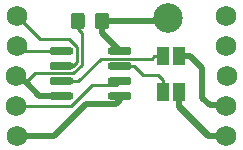
<source format=gbr>
G04 #@! TF.GenerationSoftware,KiCad,Pcbnew,5.1.5+dfsg1-2build2*
G04 #@! TF.CreationDate,2021-08-12T07:43:27+01:00*
G04 #@! TF.ProjectId,picoram,7069636f-7261-46d2-9e6b-696361645f70,rev?*
G04 #@! TF.SameCoordinates,Original*
G04 #@! TF.FileFunction,Copper,L1,Top*
G04 #@! TF.FilePolarity,Positive*
%FSLAX46Y46*%
G04 Gerber Fmt 4.6, Leading zero omitted, Abs format (unit mm)*
G04 Created by KiCad (PCBNEW 5.1.5+dfsg1-2build2) date 2021-08-12 07:43:27*
%MOMM*%
%LPD*%
G04 APERTURE LIST*
%ADD10C,2.500000*%
%ADD11C,0.100000*%
%ADD12R,1.000000X1.500000*%
%ADD13C,1.750000*%
%ADD14C,0.250000*%
%ADD15C,0.500000*%
G04 APERTURE END LIST*
D10*
X160500000Y-121200000D03*
G04 #@! TA.AperFunction,SMDPad,CuDef*
D11*
G36*
X157214703Y-123695722D02*
G01*
X157229264Y-123697882D01*
X157243543Y-123701459D01*
X157257403Y-123706418D01*
X157270710Y-123712712D01*
X157283336Y-123720280D01*
X157295159Y-123729048D01*
X157306066Y-123738934D01*
X157315952Y-123749841D01*
X157324720Y-123761664D01*
X157332288Y-123774290D01*
X157338582Y-123787597D01*
X157343541Y-123801457D01*
X157347118Y-123815736D01*
X157349278Y-123830297D01*
X157350000Y-123845000D01*
X157350000Y-124145000D01*
X157349278Y-124159703D01*
X157347118Y-124174264D01*
X157343541Y-124188543D01*
X157338582Y-124202403D01*
X157332288Y-124215710D01*
X157324720Y-124228336D01*
X157315952Y-124240159D01*
X157306066Y-124251066D01*
X157295159Y-124260952D01*
X157283336Y-124269720D01*
X157270710Y-124277288D01*
X157257403Y-124283582D01*
X157243543Y-124288541D01*
X157229264Y-124292118D01*
X157214703Y-124294278D01*
X157200000Y-124295000D01*
X155550000Y-124295000D01*
X155535297Y-124294278D01*
X155520736Y-124292118D01*
X155506457Y-124288541D01*
X155492597Y-124283582D01*
X155479290Y-124277288D01*
X155466664Y-124269720D01*
X155454841Y-124260952D01*
X155443934Y-124251066D01*
X155434048Y-124240159D01*
X155425280Y-124228336D01*
X155417712Y-124215710D01*
X155411418Y-124202403D01*
X155406459Y-124188543D01*
X155402882Y-124174264D01*
X155400722Y-124159703D01*
X155400000Y-124145000D01*
X155400000Y-123845000D01*
X155400722Y-123830297D01*
X155402882Y-123815736D01*
X155406459Y-123801457D01*
X155411418Y-123787597D01*
X155417712Y-123774290D01*
X155425280Y-123761664D01*
X155434048Y-123749841D01*
X155443934Y-123738934D01*
X155454841Y-123729048D01*
X155466664Y-123720280D01*
X155479290Y-123712712D01*
X155492597Y-123706418D01*
X155506457Y-123701459D01*
X155520736Y-123697882D01*
X155535297Y-123695722D01*
X155550000Y-123695000D01*
X157200000Y-123695000D01*
X157214703Y-123695722D01*
G37*
G04 #@! TD.AperFunction*
G04 #@! TA.AperFunction,SMDPad,CuDef*
G36*
X157214703Y-124965722D02*
G01*
X157229264Y-124967882D01*
X157243543Y-124971459D01*
X157257403Y-124976418D01*
X157270710Y-124982712D01*
X157283336Y-124990280D01*
X157295159Y-124999048D01*
X157306066Y-125008934D01*
X157315952Y-125019841D01*
X157324720Y-125031664D01*
X157332288Y-125044290D01*
X157338582Y-125057597D01*
X157343541Y-125071457D01*
X157347118Y-125085736D01*
X157349278Y-125100297D01*
X157350000Y-125115000D01*
X157350000Y-125415000D01*
X157349278Y-125429703D01*
X157347118Y-125444264D01*
X157343541Y-125458543D01*
X157338582Y-125472403D01*
X157332288Y-125485710D01*
X157324720Y-125498336D01*
X157315952Y-125510159D01*
X157306066Y-125521066D01*
X157295159Y-125530952D01*
X157283336Y-125539720D01*
X157270710Y-125547288D01*
X157257403Y-125553582D01*
X157243543Y-125558541D01*
X157229264Y-125562118D01*
X157214703Y-125564278D01*
X157200000Y-125565000D01*
X155550000Y-125565000D01*
X155535297Y-125564278D01*
X155520736Y-125562118D01*
X155506457Y-125558541D01*
X155492597Y-125553582D01*
X155479290Y-125547288D01*
X155466664Y-125539720D01*
X155454841Y-125530952D01*
X155443934Y-125521066D01*
X155434048Y-125510159D01*
X155425280Y-125498336D01*
X155417712Y-125485710D01*
X155411418Y-125472403D01*
X155406459Y-125458543D01*
X155402882Y-125444264D01*
X155400722Y-125429703D01*
X155400000Y-125415000D01*
X155400000Y-125115000D01*
X155400722Y-125100297D01*
X155402882Y-125085736D01*
X155406459Y-125071457D01*
X155411418Y-125057597D01*
X155417712Y-125044290D01*
X155425280Y-125031664D01*
X155434048Y-125019841D01*
X155443934Y-125008934D01*
X155454841Y-124999048D01*
X155466664Y-124990280D01*
X155479290Y-124982712D01*
X155492597Y-124976418D01*
X155506457Y-124971459D01*
X155520736Y-124967882D01*
X155535297Y-124965722D01*
X155550000Y-124965000D01*
X157200000Y-124965000D01*
X157214703Y-124965722D01*
G37*
G04 #@! TD.AperFunction*
G04 #@! TA.AperFunction,SMDPad,CuDef*
G36*
X157214703Y-126235722D02*
G01*
X157229264Y-126237882D01*
X157243543Y-126241459D01*
X157257403Y-126246418D01*
X157270710Y-126252712D01*
X157283336Y-126260280D01*
X157295159Y-126269048D01*
X157306066Y-126278934D01*
X157315952Y-126289841D01*
X157324720Y-126301664D01*
X157332288Y-126314290D01*
X157338582Y-126327597D01*
X157343541Y-126341457D01*
X157347118Y-126355736D01*
X157349278Y-126370297D01*
X157350000Y-126385000D01*
X157350000Y-126685000D01*
X157349278Y-126699703D01*
X157347118Y-126714264D01*
X157343541Y-126728543D01*
X157338582Y-126742403D01*
X157332288Y-126755710D01*
X157324720Y-126768336D01*
X157315952Y-126780159D01*
X157306066Y-126791066D01*
X157295159Y-126800952D01*
X157283336Y-126809720D01*
X157270710Y-126817288D01*
X157257403Y-126823582D01*
X157243543Y-126828541D01*
X157229264Y-126832118D01*
X157214703Y-126834278D01*
X157200000Y-126835000D01*
X155550000Y-126835000D01*
X155535297Y-126834278D01*
X155520736Y-126832118D01*
X155506457Y-126828541D01*
X155492597Y-126823582D01*
X155479290Y-126817288D01*
X155466664Y-126809720D01*
X155454841Y-126800952D01*
X155443934Y-126791066D01*
X155434048Y-126780159D01*
X155425280Y-126768336D01*
X155417712Y-126755710D01*
X155411418Y-126742403D01*
X155406459Y-126728543D01*
X155402882Y-126714264D01*
X155400722Y-126699703D01*
X155400000Y-126685000D01*
X155400000Y-126385000D01*
X155400722Y-126370297D01*
X155402882Y-126355736D01*
X155406459Y-126341457D01*
X155411418Y-126327597D01*
X155417712Y-126314290D01*
X155425280Y-126301664D01*
X155434048Y-126289841D01*
X155443934Y-126278934D01*
X155454841Y-126269048D01*
X155466664Y-126260280D01*
X155479290Y-126252712D01*
X155492597Y-126246418D01*
X155506457Y-126241459D01*
X155520736Y-126237882D01*
X155535297Y-126235722D01*
X155550000Y-126235000D01*
X157200000Y-126235000D01*
X157214703Y-126235722D01*
G37*
G04 #@! TD.AperFunction*
G04 #@! TA.AperFunction,SMDPad,CuDef*
G36*
X157214703Y-127505722D02*
G01*
X157229264Y-127507882D01*
X157243543Y-127511459D01*
X157257403Y-127516418D01*
X157270710Y-127522712D01*
X157283336Y-127530280D01*
X157295159Y-127539048D01*
X157306066Y-127548934D01*
X157315952Y-127559841D01*
X157324720Y-127571664D01*
X157332288Y-127584290D01*
X157338582Y-127597597D01*
X157343541Y-127611457D01*
X157347118Y-127625736D01*
X157349278Y-127640297D01*
X157350000Y-127655000D01*
X157350000Y-127955000D01*
X157349278Y-127969703D01*
X157347118Y-127984264D01*
X157343541Y-127998543D01*
X157338582Y-128012403D01*
X157332288Y-128025710D01*
X157324720Y-128038336D01*
X157315952Y-128050159D01*
X157306066Y-128061066D01*
X157295159Y-128070952D01*
X157283336Y-128079720D01*
X157270710Y-128087288D01*
X157257403Y-128093582D01*
X157243543Y-128098541D01*
X157229264Y-128102118D01*
X157214703Y-128104278D01*
X157200000Y-128105000D01*
X155550000Y-128105000D01*
X155535297Y-128104278D01*
X155520736Y-128102118D01*
X155506457Y-128098541D01*
X155492597Y-128093582D01*
X155479290Y-128087288D01*
X155466664Y-128079720D01*
X155454841Y-128070952D01*
X155443934Y-128061066D01*
X155434048Y-128050159D01*
X155425280Y-128038336D01*
X155417712Y-128025710D01*
X155411418Y-128012403D01*
X155406459Y-127998543D01*
X155402882Y-127984264D01*
X155400722Y-127969703D01*
X155400000Y-127955000D01*
X155400000Y-127655000D01*
X155400722Y-127640297D01*
X155402882Y-127625736D01*
X155406459Y-127611457D01*
X155411418Y-127597597D01*
X155417712Y-127584290D01*
X155425280Y-127571664D01*
X155434048Y-127559841D01*
X155443934Y-127548934D01*
X155454841Y-127539048D01*
X155466664Y-127530280D01*
X155479290Y-127522712D01*
X155492597Y-127516418D01*
X155506457Y-127511459D01*
X155520736Y-127507882D01*
X155535297Y-127505722D01*
X155550000Y-127505000D01*
X157200000Y-127505000D01*
X157214703Y-127505722D01*
G37*
G04 #@! TD.AperFunction*
G04 #@! TA.AperFunction,SMDPad,CuDef*
G36*
X152264703Y-127505722D02*
G01*
X152279264Y-127507882D01*
X152293543Y-127511459D01*
X152307403Y-127516418D01*
X152320710Y-127522712D01*
X152333336Y-127530280D01*
X152345159Y-127539048D01*
X152356066Y-127548934D01*
X152365952Y-127559841D01*
X152374720Y-127571664D01*
X152382288Y-127584290D01*
X152388582Y-127597597D01*
X152393541Y-127611457D01*
X152397118Y-127625736D01*
X152399278Y-127640297D01*
X152400000Y-127655000D01*
X152400000Y-127955000D01*
X152399278Y-127969703D01*
X152397118Y-127984264D01*
X152393541Y-127998543D01*
X152388582Y-128012403D01*
X152382288Y-128025710D01*
X152374720Y-128038336D01*
X152365952Y-128050159D01*
X152356066Y-128061066D01*
X152345159Y-128070952D01*
X152333336Y-128079720D01*
X152320710Y-128087288D01*
X152307403Y-128093582D01*
X152293543Y-128098541D01*
X152279264Y-128102118D01*
X152264703Y-128104278D01*
X152250000Y-128105000D01*
X150600000Y-128105000D01*
X150585297Y-128104278D01*
X150570736Y-128102118D01*
X150556457Y-128098541D01*
X150542597Y-128093582D01*
X150529290Y-128087288D01*
X150516664Y-128079720D01*
X150504841Y-128070952D01*
X150493934Y-128061066D01*
X150484048Y-128050159D01*
X150475280Y-128038336D01*
X150467712Y-128025710D01*
X150461418Y-128012403D01*
X150456459Y-127998543D01*
X150452882Y-127984264D01*
X150450722Y-127969703D01*
X150450000Y-127955000D01*
X150450000Y-127655000D01*
X150450722Y-127640297D01*
X150452882Y-127625736D01*
X150456459Y-127611457D01*
X150461418Y-127597597D01*
X150467712Y-127584290D01*
X150475280Y-127571664D01*
X150484048Y-127559841D01*
X150493934Y-127548934D01*
X150504841Y-127539048D01*
X150516664Y-127530280D01*
X150529290Y-127522712D01*
X150542597Y-127516418D01*
X150556457Y-127511459D01*
X150570736Y-127507882D01*
X150585297Y-127505722D01*
X150600000Y-127505000D01*
X152250000Y-127505000D01*
X152264703Y-127505722D01*
G37*
G04 #@! TD.AperFunction*
G04 #@! TA.AperFunction,SMDPad,CuDef*
G36*
X152264703Y-126235722D02*
G01*
X152279264Y-126237882D01*
X152293543Y-126241459D01*
X152307403Y-126246418D01*
X152320710Y-126252712D01*
X152333336Y-126260280D01*
X152345159Y-126269048D01*
X152356066Y-126278934D01*
X152365952Y-126289841D01*
X152374720Y-126301664D01*
X152382288Y-126314290D01*
X152388582Y-126327597D01*
X152393541Y-126341457D01*
X152397118Y-126355736D01*
X152399278Y-126370297D01*
X152400000Y-126385000D01*
X152400000Y-126685000D01*
X152399278Y-126699703D01*
X152397118Y-126714264D01*
X152393541Y-126728543D01*
X152388582Y-126742403D01*
X152382288Y-126755710D01*
X152374720Y-126768336D01*
X152365952Y-126780159D01*
X152356066Y-126791066D01*
X152345159Y-126800952D01*
X152333336Y-126809720D01*
X152320710Y-126817288D01*
X152307403Y-126823582D01*
X152293543Y-126828541D01*
X152279264Y-126832118D01*
X152264703Y-126834278D01*
X152250000Y-126835000D01*
X150600000Y-126835000D01*
X150585297Y-126834278D01*
X150570736Y-126832118D01*
X150556457Y-126828541D01*
X150542597Y-126823582D01*
X150529290Y-126817288D01*
X150516664Y-126809720D01*
X150504841Y-126800952D01*
X150493934Y-126791066D01*
X150484048Y-126780159D01*
X150475280Y-126768336D01*
X150467712Y-126755710D01*
X150461418Y-126742403D01*
X150456459Y-126728543D01*
X150452882Y-126714264D01*
X150450722Y-126699703D01*
X150450000Y-126685000D01*
X150450000Y-126385000D01*
X150450722Y-126370297D01*
X150452882Y-126355736D01*
X150456459Y-126341457D01*
X150461418Y-126327597D01*
X150467712Y-126314290D01*
X150475280Y-126301664D01*
X150484048Y-126289841D01*
X150493934Y-126278934D01*
X150504841Y-126269048D01*
X150516664Y-126260280D01*
X150529290Y-126252712D01*
X150542597Y-126246418D01*
X150556457Y-126241459D01*
X150570736Y-126237882D01*
X150585297Y-126235722D01*
X150600000Y-126235000D01*
X152250000Y-126235000D01*
X152264703Y-126235722D01*
G37*
G04 #@! TD.AperFunction*
G04 #@! TA.AperFunction,SMDPad,CuDef*
G36*
X152264703Y-124965722D02*
G01*
X152279264Y-124967882D01*
X152293543Y-124971459D01*
X152307403Y-124976418D01*
X152320710Y-124982712D01*
X152333336Y-124990280D01*
X152345159Y-124999048D01*
X152356066Y-125008934D01*
X152365952Y-125019841D01*
X152374720Y-125031664D01*
X152382288Y-125044290D01*
X152388582Y-125057597D01*
X152393541Y-125071457D01*
X152397118Y-125085736D01*
X152399278Y-125100297D01*
X152400000Y-125115000D01*
X152400000Y-125415000D01*
X152399278Y-125429703D01*
X152397118Y-125444264D01*
X152393541Y-125458543D01*
X152388582Y-125472403D01*
X152382288Y-125485710D01*
X152374720Y-125498336D01*
X152365952Y-125510159D01*
X152356066Y-125521066D01*
X152345159Y-125530952D01*
X152333336Y-125539720D01*
X152320710Y-125547288D01*
X152307403Y-125553582D01*
X152293543Y-125558541D01*
X152279264Y-125562118D01*
X152264703Y-125564278D01*
X152250000Y-125565000D01*
X150600000Y-125565000D01*
X150585297Y-125564278D01*
X150570736Y-125562118D01*
X150556457Y-125558541D01*
X150542597Y-125553582D01*
X150529290Y-125547288D01*
X150516664Y-125539720D01*
X150504841Y-125530952D01*
X150493934Y-125521066D01*
X150484048Y-125510159D01*
X150475280Y-125498336D01*
X150467712Y-125485710D01*
X150461418Y-125472403D01*
X150456459Y-125458543D01*
X150452882Y-125444264D01*
X150450722Y-125429703D01*
X150450000Y-125415000D01*
X150450000Y-125115000D01*
X150450722Y-125100297D01*
X150452882Y-125085736D01*
X150456459Y-125071457D01*
X150461418Y-125057597D01*
X150467712Y-125044290D01*
X150475280Y-125031664D01*
X150484048Y-125019841D01*
X150493934Y-125008934D01*
X150504841Y-124999048D01*
X150516664Y-124990280D01*
X150529290Y-124982712D01*
X150542597Y-124976418D01*
X150556457Y-124971459D01*
X150570736Y-124967882D01*
X150585297Y-124965722D01*
X150600000Y-124965000D01*
X152250000Y-124965000D01*
X152264703Y-124965722D01*
G37*
G04 #@! TD.AperFunction*
G04 #@! TA.AperFunction,SMDPad,CuDef*
G36*
X152264703Y-123695722D02*
G01*
X152279264Y-123697882D01*
X152293543Y-123701459D01*
X152307403Y-123706418D01*
X152320710Y-123712712D01*
X152333336Y-123720280D01*
X152345159Y-123729048D01*
X152356066Y-123738934D01*
X152365952Y-123749841D01*
X152374720Y-123761664D01*
X152382288Y-123774290D01*
X152388582Y-123787597D01*
X152393541Y-123801457D01*
X152397118Y-123815736D01*
X152399278Y-123830297D01*
X152400000Y-123845000D01*
X152400000Y-124145000D01*
X152399278Y-124159703D01*
X152397118Y-124174264D01*
X152393541Y-124188543D01*
X152388582Y-124202403D01*
X152382288Y-124215710D01*
X152374720Y-124228336D01*
X152365952Y-124240159D01*
X152356066Y-124251066D01*
X152345159Y-124260952D01*
X152333336Y-124269720D01*
X152320710Y-124277288D01*
X152307403Y-124283582D01*
X152293543Y-124288541D01*
X152279264Y-124292118D01*
X152264703Y-124294278D01*
X152250000Y-124295000D01*
X150600000Y-124295000D01*
X150585297Y-124294278D01*
X150570736Y-124292118D01*
X150556457Y-124288541D01*
X150542597Y-124283582D01*
X150529290Y-124277288D01*
X150516664Y-124269720D01*
X150504841Y-124260952D01*
X150493934Y-124251066D01*
X150484048Y-124240159D01*
X150475280Y-124228336D01*
X150467712Y-124215710D01*
X150461418Y-124202403D01*
X150456459Y-124188543D01*
X150452882Y-124174264D01*
X150450722Y-124159703D01*
X150450000Y-124145000D01*
X150450000Y-123845000D01*
X150450722Y-123830297D01*
X150452882Y-123815736D01*
X150456459Y-123801457D01*
X150461418Y-123787597D01*
X150467712Y-123774290D01*
X150475280Y-123761664D01*
X150484048Y-123749841D01*
X150493934Y-123738934D01*
X150504841Y-123729048D01*
X150516664Y-123720280D01*
X150529290Y-123712712D01*
X150542597Y-123706418D01*
X150556457Y-123701459D01*
X150570736Y-123697882D01*
X150585297Y-123695722D01*
X150600000Y-123695000D01*
X152250000Y-123695000D01*
X152264703Y-123695722D01*
G37*
G04 #@! TD.AperFunction*
D12*
X160050000Y-124450000D03*
X161350000Y-124450000D03*
X160050000Y-127450000D03*
X161350000Y-127450000D03*
G04 #@! TA.AperFunction,SMDPad,CuDef*
D11*
G36*
X153174505Y-120751204D02*
G01*
X153198773Y-120754804D01*
X153222572Y-120760765D01*
X153245671Y-120769030D01*
X153267850Y-120779520D01*
X153288893Y-120792132D01*
X153308599Y-120806747D01*
X153326777Y-120823223D01*
X153343253Y-120841401D01*
X153357868Y-120861107D01*
X153370480Y-120882150D01*
X153380970Y-120904329D01*
X153389235Y-120927428D01*
X153395196Y-120951227D01*
X153398796Y-120975495D01*
X153400000Y-120999999D01*
X153400000Y-121900001D01*
X153398796Y-121924505D01*
X153395196Y-121948773D01*
X153389235Y-121972572D01*
X153380970Y-121995671D01*
X153370480Y-122017850D01*
X153357868Y-122038893D01*
X153343253Y-122058599D01*
X153326777Y-122076777D01*
X153308599Y-122093253D01*
X153288893Y-122107868D01*
X153267850Y-122120480D01*
X153245671Y-122130970D01*
X153222572Y-122139235D01*
X153198773Y-122145196D01*
X153174505Y-122148796D01*
X153150001Y-122150000D01*
X152499999Y-122150000D01*
X152475495Y-122148796D01*
X152451227Y-122145196D01*
X152427428Y-122139235D01*
X152404329Y-122130970D01*
X152382150Y-122120480D01*
X152361107Y-122107868D01*
X152341401Y-122093253D01*
X152323223Y-122076777D01*
X152306747Y-122058599D01*
X152292132Y-122038893D01*
X152279520Y-122017850D01*
X152269030Y-121995671D01*
X152260765Y-121972572D01*
X152254804Y-121948773D01*
X152251204Y-121924505D01*
X152250000Y-121900001D01*
X152250000Y-120999999D01*
X152251204Y-120975495D01*
X152254804Y-120951227D01*
X152260765Y-120927428D01*
X152269030Y-120904329D01*
X152279520Y-120882150D01*
X152292132Y-120861107D01*
X152306747Y-120841401D01*
X152323223Y-120823223D01*
X152341401Y-120806747D01*
X152361107Y-120792132D01*
X152382150Y-120779520D01*
X152404329Y-120769030D01*
X152427428Y-120760765D01*
X152451227Y-120754804D01*
X152475495Y-120751204D01*
X152499999Y-120750000D01*
X153150001Y-120750000D01*
X153174505Y-120751204D01*
G37*
G04 #@! TD.AperFunction*
G04 #@! TA.AperFunction,SMDPad,CuDef*
G36*
X155224505Y-120751204D02*
G01*
X155248773Y-120754804D01*
X155272572Y-120760765D01*
X155295671Y-120769030D01*
X155317850Y-120779520D01*
X155338893Y-120792132D01*
X155358599Y-120806747D01*
X155376777Y-120823223D01*
X155393253Y-120841401D01*
X155407868Y-120861107D01*
X155420480Y-120882150D01*
X155430970Y-120904329D01*
X155439235Y-120927428D01*
X155445196Y-120951227D01*
X155448796Y-120975495D01*
X155450000Y-120999999D01*
X155450000Y-121900001D01*
X155448796Y-121924505D01*
X155445196Y-121948773D01*
X155439235Y-121972572D01*
X155430970Y-121995671D01*
X155420480Y-122017850D01*
X155407868Y-122038893D01*
X155393253Y-122058599D01*
X155376777Y-122076777D01*
X155358599Y-122093253D01*
X155338893Y-122107868D01*
X155317850Y-122120480D01*
X155295671Y-122130970D01*
X155272572Y-122139235D01*
X155248773Y-122145196D01*
X155224505Y-122148796D01*
X155200001Y-122150000D01*
X154549999Y-122150000D01*
X154525495Y-122148796D01*
X154501227Y-122145196D01*
X154477428Y-122139235D01*
X154454329Y-122130970D01*
X154432150Y-122120480D01*
X154411107Y-122107868D01*
X154391401Y-122093253D01*
X154373223Y-122076777D01*
X154356747Y-122058599D01*
X154342132Y-122038893D01*
X154329520Y-122017850D01*
X154319030Y-121995671D01*
X154310765Y-121972572D01*
X154304804Y-121948773D01*
X154301204Y-121924505D01*
X154300000Y-121900001D01*
X154300000Y-120999999D01*
X154301204Y-120975495D01*
X154304804Y-120951227D01*
X154310765Y-120927428D01*
X154319030Y-120904329D01*
X154329520Y-120882150D01*
X154342132Y-120861107D01*
X154356747Y-120841401D01*
X154373223Y-120823223D01*
X154391401Y-120806747D01*
X154411107Y-120792132D01*
X154432150Y-120779520D01*
X154454329Y-120769030D01*
X154477428Y-120760765D01*
X154501227Y-120754804D01*
X154525495Y-120751204D01*
X154549999Y-120750000D01*
X155200001Y-120750000D01*
X155224505Y-120751204D01*
G37*
G04 #@! TD.AperFunction*
D13*
X165400000Y-121050000D03*
X165400000Y-123600000D03*
X165450000Y-126100000D03*
X147600000Y-126111146D03*
X165400000Y-131200000D03*
X165400000Y-128650000D03*
X147600000Y-128651114D03*
X147700000Y-131200000D03*
X147700000Y-121031210D03*
X147650000Y-123571178D03*
D14*
X147971885Y-126431885D02*
X147973022Y-126111146D01*
X147973022Y-126111146D02*
X147973022Y-126111146D01*
X147975266Y-126110001D02*
X147975261Y-126111266D01*
D15*
X148099916Y-126200000D02*
X148098824Y-126480747D01*
X151425000Y-127805000D02*
X149555000Y-127805000D01*
X149555000Y-127805000D02*
X148400000Y-126650000D01*
X148400000Y-126600000D02*
X148350000Y-126550000D01*
X148400000Y-126650000D02*
X148350000Y-126550000D01*
D14*
X149159990Y-125890010D02*
X148400000Y-126650000D01*
X152446758Y-125890010D02*
X149159990Y-125890010D01*
X152825000Y-122150000D02*
X153175020Y-122500020D01*
X153175020Y-125161748D02*
X152446758Y-125890010D01*
X153175020Y-122500020D02*
X153175020Y-125161748D01*
X152825000Y-121450000D02*
X152825000Y-122150000D01*
D15*
X160250000Y-121450000D02*
X160500000Y-121200000D01*
X154875000Y-121450000D02*
X160250000Y-121450000D01*
X154875000Y-122495000D02*
X156375000Y-123995000D01*
X154875000Y-121450000D02*
X154875000Y-122495000D01*
D14*
X160050000Y-126450000D02*
X159600000Y-126000000D01*
X160050000Y-127450000D02*
X160050000Y-126450000D01*
X159600000Y-126000000D02*
X158350000Y-126000000D01*
X157615000Y-125265000D02*
X156375000Y-125265000D01*
X158350000Y-126000000D02*
X157615000Y-125265000D01*
X164840001Y-131190001D02*
X165099990Y-131190001D01*
X161350000Y-127450000D02*
X161350000Y-127700000D01*
X165099990Y-131190001D02*
X165099990Y-131190001D01*
X164090001Y-131190001D02*
X165099990Y-131190001D01*
X161350000Y-128450000D02*
X164090001Y-131190001D01*
X161350000Y-127450000D02*
X161350000Y-128450000D01*
D15*
X163850000Y-131200000D02*
X164974990Y-131200000D01*
X161350000Y-128700000D02*
X163850000Y-131200000D01*
X161350000Y-127450000D02*
X161350000Y-128700000D01*
D14*
X151425000Y-126535000D02*
X152400000Y-126535000D01*
X159110010Y-124639990D02*
X154760010Y-124639990D01*
X159300000Y-124450000D02*
X159110010Y-124639990D01*
X160050000Y-124450000D02*
X159300000Y-124450000D01*
X152865000Y-126535000D02*
X151425000Y-126535000D01*
X154760010Y-124639990D02*
X152865000Y-126535000D01*
X164500001Y-128650001D02*
X165099990Y-128650001D01*
X165099990Y-128650001D02*
X165099990Y-128650001D01*
X164150000Y-128650000D02*
X165099990Y-128650000D01*
D15*
X163350000Y-127950000D02*
X164000000Y-128600000D01*
X163350000Y-126600000D02*
X163350000Y-127950000D01*
X163300000Y-126550000D02*
X163350000Y-126600000D01*
X163300000Y-125400000D02*
X163300000Y-126550000D01*
X162350000Y-124450000D02*
X163300000Y-125400000D01*
X161350000Y-124450000D02*
X162350000Y-124450000D01*
D14*
X164000000Y-128600000D02*
X164150000Y-128650000D01*
D15*
X164974990Y-128600000D02*
X164974990Y-128650000D01*
X164000000Y-128600000D02*
X164974990Y-128600000D01*
D14*
X147964019Y-128650001D02*
X147964015Y-128651114D01*
X154041768Y-126835000D02*
X152226767Y-128650001D01*
X156075000Y-126835000D02*
X154041768Y-126835000D01*
X156375000Y-126535000D02*
X156075000Y-126835000D01*
X147964015Y-128651114D02*
X147964015Y-128651114D01*
X147965382Y-128650001D02*
X147964568Y-128859299D01*
X152226767Y-128650001D02*
X147965382Y-128650001D01*
X147955012Y-131190001D02*
X147955012Y-131190001D01*
X153469990Y-128430010D02*
X150709999Y-131190001D01*
X147955012Y-131190001D02*
X147955008Y-131191082D01*
X147955499Y-131190001D02*
X147955495Y-131191189D01*
X150709999Y-131190001D02*
X147955499Y-131190001D01*
D15*
X156030000Y-128450000D02*
X153550000Y-128450000D01*
X156375000Y-128105000D02*
X156030000Y-128450000D01*
X156375000Y-127805000D02*
X156375000Y-128105000D01*
D14*
X153550000Y-128450000D02*
X153469990Y-128430010D01*
D15*
X150798520Y-131201480D02*
X148080456Y-131201480D01*
X153550000Y-128450000D02*
X150798520Y-131201480D01*
D14*
X147989835Y-121369835D02*
X147991036Y-121031210D01*
X147991036Y-121031210D02*
X147991036Y-121031210D01*
X149600000Y-122980001D02*
X147993695Y-121373695D01*
X149600000Y-123000000D02*
X149600000Y-122980001D01*
X147993695Y-121373695D02*
X147995027Y-121031343D01*
X152076768Y-123000000D02*
X149600000Y-123000000D01*
X152725010Y-123648242D02*
X152076768Y-123000000D01*
X152725010Y-124939990D02*
X152725010Y-123648242D01*
X152400000Y-125265000D02*
X152725010Y-124939990D01*
X151425000Y-125265000D02*
X152400000Y-125265000D01*
X147980860Y-123900860D02*
X147982029Y-123571178D01*
X147982029Y-123571178D02*
X147982029Y-123571178D01*
X151425000Y-123995000D02*
X151420000Y-124000000D01*
X147983850Y-123903850D02*
X147985144Y-123571305D01*
X148079999Y-124000000D02*
X147983850Y-123903850D01*
X151420000Y-124000000D02*
X148079999Y-124000000D01*
M02*

</source>
